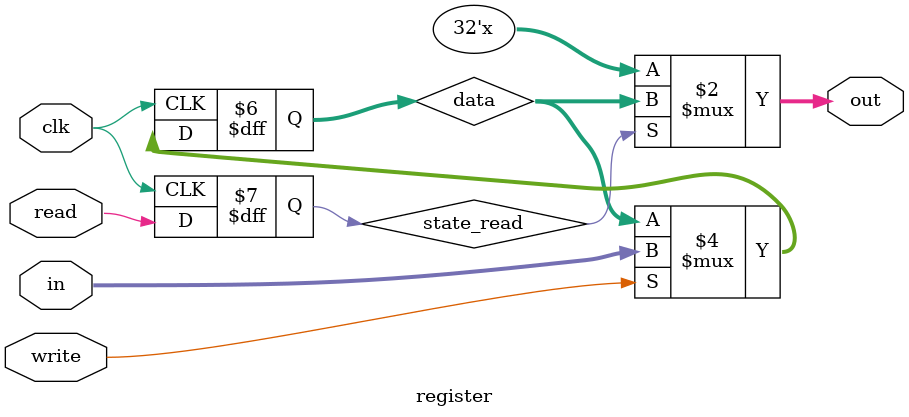
<source format=v>
`timescale 1ns / 1ps


module register(
    input clk,
    input [31:0] in,
    input write,
    input read,
    output [31:0]out
    );
    
    reg [31:0]data;
    reg state_read;

    always @(posedge clk) begin
        if(write)
            data = in;
            
        state_read = read;    
    end
    
    assign out = state_read ? data : 'bz;
endmodule

</source>
